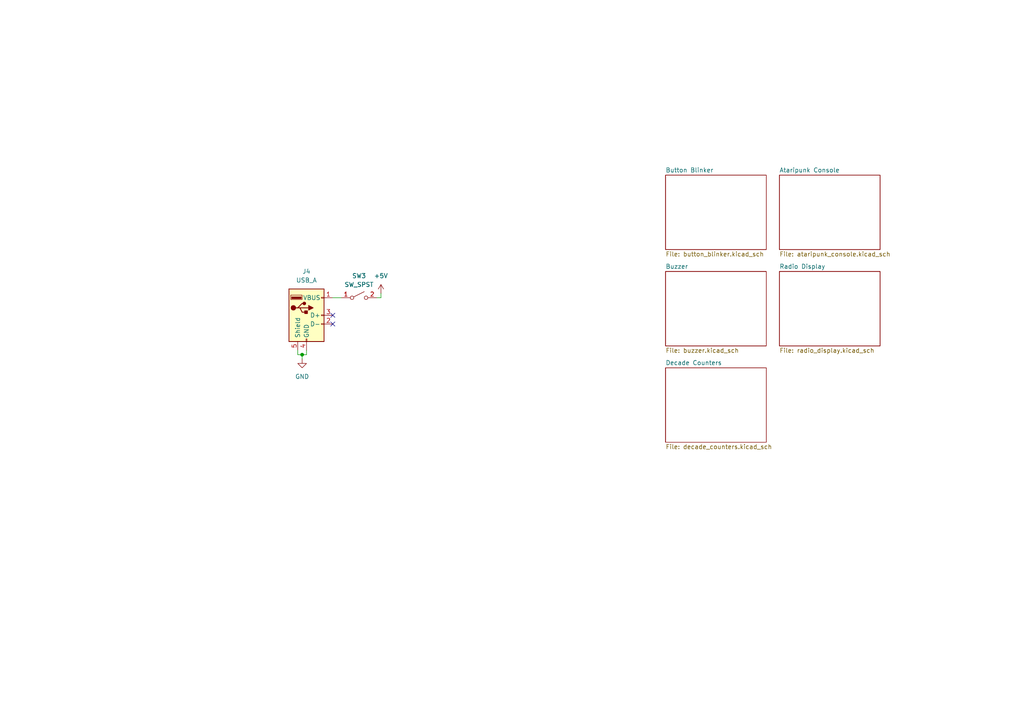
<source format=kicad_sch>
(kicad_sch (version 20230121) (generator eeschema)
  (paper "A4")
  (lib_symbols
    (symbol "Connector:USB_A" (pin_names (offset 1.016))
      (property "Reference" "J" (at -5.08 11.43 0))
      (property "Value" "USB_A" (at -5.08 8.89 0))
      (symbol "USB_A_0_1"
        (rectangle (start -5.08 -7.62) (end 5.08 7.62) (stroke (width 0.254)) (fill (type background)))
        (circle (center -3.81 2.159) (radius 0.635) (stroke (width 0.254)) (fill (type outline)))
        (rectangle (start -1.524 4.826) (end -4.318 5.334) (fill (type outline)))
        (rectangle (start -1.27 4.572) (end -4.572 5.842))
        (circle (center -0.635 3.429) (radius 0.381) (stroke (width 0.254)) (fill (type outline)))
        (rectangle (start -0.127 -7.62) (end 0.127 -6.858))
        (polyline (pts (xy -3.175 2.159) (xy -2.54 2.159) (xy -1.27 3.429) (xy -0.635 3.429)) (stroke (width 0.254)))
        (polyline (pts (xy -2.54 2.159) (xy -1.905 2.159) (xy -1.27 0.889) (xy 0 0.889)) (stroke (width 0.254)))
        (polyline (pts (xy 0.635 2.794) (xy 0.635 1.524) (xy 1.905 2.159) (xy 0.635 2.794)) (stroke (width 0.254)) (fill (type outline)))
        (rectangle (start 0.254 1.27) (end -0.508 0.508) (stroke (width 0.254)) (fill (type outline)))
        (rectangle (start 5.08 -2.667) (end 4.318 -2.413))
        (rectangle (start 5.08 -0.127) (end 4.318 0.127))
        (rectangle (start 5.08 4.953) (end 4.318 5.207))
      )
      (symbol "USB_A_1_1"
        (polyline (pts (xy -1.905 2.159) (xy 0.635 2.159)) (stroke (width 0.254)))
        (pin power_in line (at 7.62 5.08 180) (length 2.54) (name "VBUS") (number "1"))
        (pin bidirectional line (at 7.62 -2.54 180) (length 2.54) (name "D-") (number "2"))
        (pin bidirectional line (at 7.62 0 180) (length 2.54) (name "D+") (number "3"))
        (pin power_in line (at 0 -10.16 90) (length 2.54) (name "GND") (number "4"))
        (pin passive line (at -2.54 -10.16 90) (length 2.54) (name "Shield") (number "5"))
      )
    )
    (symbol "Switch:SW_SPST" (pin_names (offset 0) hide)
      (property "Reference" "SW" (at 0 3.175 0))
      (property "Value" "SW_SPST" (at 0 -2.54 0))
      (symbol "SW_SPST_0_0"
        (circle (center -2.032 0) (radius 0.508))
        (polyline (pts (xy -1.524 0.254) (xy 1.524 1.778)))
        (circle (center 2.032 0) (radius 0.508))
      )
      (symbol "SW_SPST_1_1"
        (pin passive line (at -5.08 0 0) (length 2.54) (name "A") (number "1"))
        (pin passive line (at 5.08 0 180) (length 2.54) (name "B") (number "2"))
      )
    )
    (symbol "power:+5V" (power) (pin_names (offset 0))
      (property "Value" "+5V" (at 0 3.556 0))
      (symbol "+5V_0_1"
        (polyline (pts (xy -0.762 1.27) (xy 0 2.54)))
        (polyline (pts (xy 0 0) (xy 0 2.54)))
        (polyline (pts (xy 0 2.54) (xy 0.762 1.27)))
      )
      (symbol "+5V_1_1"
        (pin power_in line (at 0 0 90) (length 0) hide (name "+5V") (number "1"))
      )
    )
    (symbol "power:GND" (power) (pin_names (offset 0))
      (property "Value" "GND" (at 0 -3.81 0))
      (symbol "GND_0_1"
        (polyline (pts (xy 0 0) (xy 0 -1.27) (xy 1.27 -1.27) (xy 0 -2.54) (xy -1.27 -1.27) (xy 0 -1.27)))
      )
      (symbol "GND_1_1"
        (pin power_in line (at 0 0 270) (length 0) hide (name "GND") (number "1"))
      )
    )
  )
  (junction (at 87.63 102.87))
  (no_connect (at 96.52 93.98))
  (no_connect (at 96.52 91.44))
  (wire (pts (xy 86.36 102.87) (xy 87.63 102.87)))
  (wire (pts (xy 109.22 86.36) (xy 110.49 86.36)))
  (wire (pts (xy 87.63 102.87) (xy 88.9 102.87)))
  (wire (pts (xy 96.52 86.36) (xy 99.06 86.36)))
  (wire (pts (xy 87.63 102.87) (xy 87.63 104.14)))
  (wire (pts (xy 88.9 101.6) (xy 88.9 102.87)))
  (wire (pts (xy 110.49 86.36) (xy 110.49 85.09)))
  (wire (pts (xy 86.36 101.6) (xy 86.36 102.87)))
  (symbol (lib_id "power:GND") (at 87.63 104.14 0) (unit 1)
    (property "Reference" "#PWR083" (effects hide))
    (property "Value" "GND" (at 87.63 109.22 0))
  )
  (symbol (lib_id "Connector:USB_A") (at 88.9 91.44 0) (unit 1)
    (property "Reference" "J4" (at 88.9 78.74 0))
    (property "Value" "USB_A" (at 88.9 81.28 0))
    (property "Datasheet" " ~" (effects hide))
  )
  (symbol (lib_id "power:+5V") (at 110.49 85.09 0) (unit 1)
    (property "Reference" "#PWR04" (effects hide))
    (property "Value" "+5V" (at 110.49 80.01 0))
  )
  (symbol (lib_id "Switch:SW_SPST") (at 104.14 86.36 0) (unit 1)
    (property "Reference" "SW3" (at 104.14 80.01 0))
    (property "Value" "SW_SPST" (at 104.14 82.55 0))
  )
  (sheet (at 226.06 78.74) (size 29.21 21.59) (stroke (width 0.1524))
    (property "Sheetname" "Radio Display" (at 226.06 78.0284 0) (effects (justify left bottom)))
    (property "Sheetfile" "radio_display.kicad_sch" (at 226.06 100.9146 0) (effects (justify left top)))
  )
  (sheet (at 226.06 50.8) (size 29.21 21.59) (stroke (width 0.1524))
    (property "Sheetname" "Ataripunk Console" (at 226.06 50.0884 0) (effects (justify left bottom)))
    (property "Sheetfile" "ataripunk_console.kicad_sch" (at 226.06 72.9746 0) (effects (justify left top)))
  )
  (sheet (at 193.04 78.74) (size 29.21 21.59) (stroke (width 0.1524))
    (property "Sheetname" "Buzzer" (at 193.04 78.0284 0) (effects (justify left bottom)))
    (property "Sheetfile" "buzzer.kicad_sch" (at 193.04 100.9146 0) (effects (justify left top)))
  )
  (sheet (at 193.04 106.68) (size 29.21 21.59) (stroke (width 0.1524))
    (property "Sheetname" "Decade Counters" (at 193.04 105.9684 0) (effects (justify left bottom)))
    (property "Sheetfile" "decade_counters.kicad_sch" (at 193.04 128.8546 0) (effects (justify left top)))
  )
  (sheet (at 193.04 50.8) (size 29.21 21.59) (stroke (width 0.1524))
    (property "Sheetname" "Button Blinker" (at 193.04 50.0884 0) (effects (justify left bottom)))
    (property "Sheetfile" "button_blinker.kicad_sch" (at 193.04 72.9746 0) (effects (justify left top)))
  )
)
</source>
